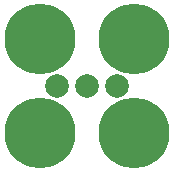
<source format=gtl>
%TF.GenerationSoftware,KiCad,Pcbnew,4.0.5-e0-6337~49~ubuntu16.04.1*%
%TF.CreationDate,2017-01-19T00:00:55-08:00*%
%TF.ProjectId,2x2-Servo-Header,3278322D536572766F2D486561646572,1.0*%
%TF.FileFunction,Copper,L1,Top,Signal*%
%FSLAX46Y46*%
G04 Gerber Fmt 4.6, Leading zero omitted, Abs format (unit mm)*
G04 Created by KiCad (PCBNEW 4.0.5-e0-6337~49~ubuntu16.04.1) date Thu Jan 19 00:00:55 2017*
%MOMM*%
%LPD*%
G01*
G04 APERTURE LIST*
%ADD10C,0.350000*%
%ADD11C,2.000000*%
%ADD12C,6.000000*%
%ADD13C,0.350000*%
G04 APERTURE END LIST*
D10*
D11*
X144508080Y-104666280D03*
D12*
X140468080Y-108666280D03*
X140468080Y-100666280D03*
X148468080Y-100666280D03*
X148468080Y-108666280D03*
D11*
X141968080Y-104666280D03*
X147048080Y-104666280D03*
D13*
X144508080Y-104666280D03*
X140468080Y-108666280D03*
X140468080Y-100666280D03*
X148468080Y-100666280D03*
X148468080Y-108666280D03*
X141968080Y-104666280D03*
X147048080Y-104666280D03*
M02*

</source>
